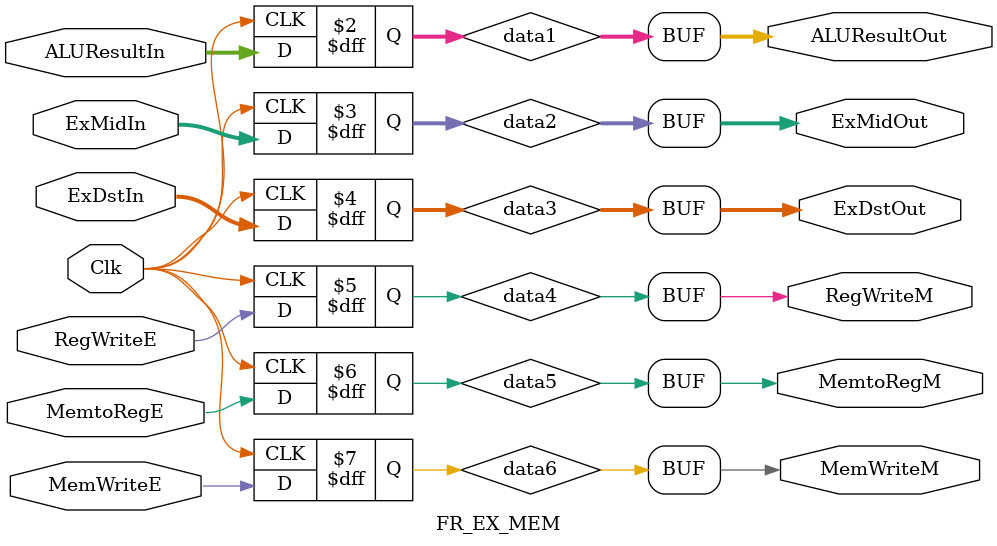
<source format=v>
`timescale 1ns / 1ps
module FR_EX_MEM(
	input Clk,
	//¿ØÖÆÐÅºÅ
	input RegWriteE,
	input MemtoRegE,
   input MemWriteE,
	//
	input [31:0]ALUResultIn,
	input [31:0]ExMidIn,
	input [4:0]ExDstIn,
	//
	output RegWriteM,
	output MemtoRegM,
	output MemWriteM,
	output [31:0]ALUResultOut,
	output [31:0]ExMidOut,
	output [4:0]ExDstOut
    );
	 reg [31:0]data1, data2;
	 reg [4:0]data3;
	 reg data4,data5,data6;
	 /*initial begin
		data1 = 0;
		data2 = 0;
		data3 = 0;
		data4 = 0;
		data5 = 0;
		data6 = 0;
	 end*/
	 
	 assign ALUResultOut = data1;
	 assign ExMidOut = data2;
	 assign ExDstOut = data3;
	 assign RegWriteM = data4;
	 assign MemtoRegM = data5;
	 assign MemWriteM = data6;
	 
	 always @(posedge Clk) begin
		data1 = ALUResultIn;
		data2 = ExMidIn;
		data3 =	ExDstIn;
		data4 = RegWriteE;
		data5 = MemtoRegE;
		data6 = MemWriteE;
	 end
endmodule

</source>
